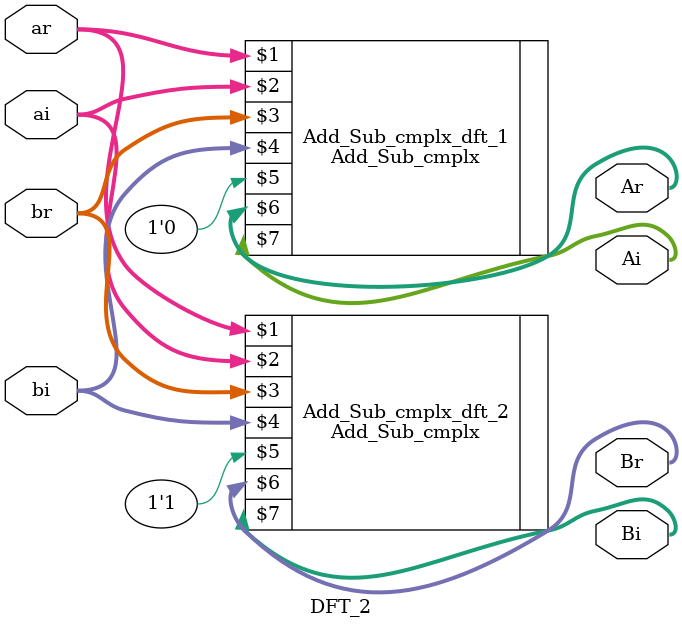
<source format=v>
`timescale 1ns / 1ps


module DFT_2 #(parameter N=32)(ar,ai,br,bi,Ar,Ai,Br,Bi);
input [N-1:0]ar,ai,br,bi;
output [N:0]Ar,Ai,Br,Bi;
Add_Sub_cmplx #(N)   Add_Sub_cmplx_dft_1 (ar,ai,br,bi,1'b0,Ar,Ai);
Add_Sub_cmplx #(N)   Add_Sub_cmplx_dft_2 (ar,ai,br,bi,1'b1,Br,Bi);
endmodule


</source>
